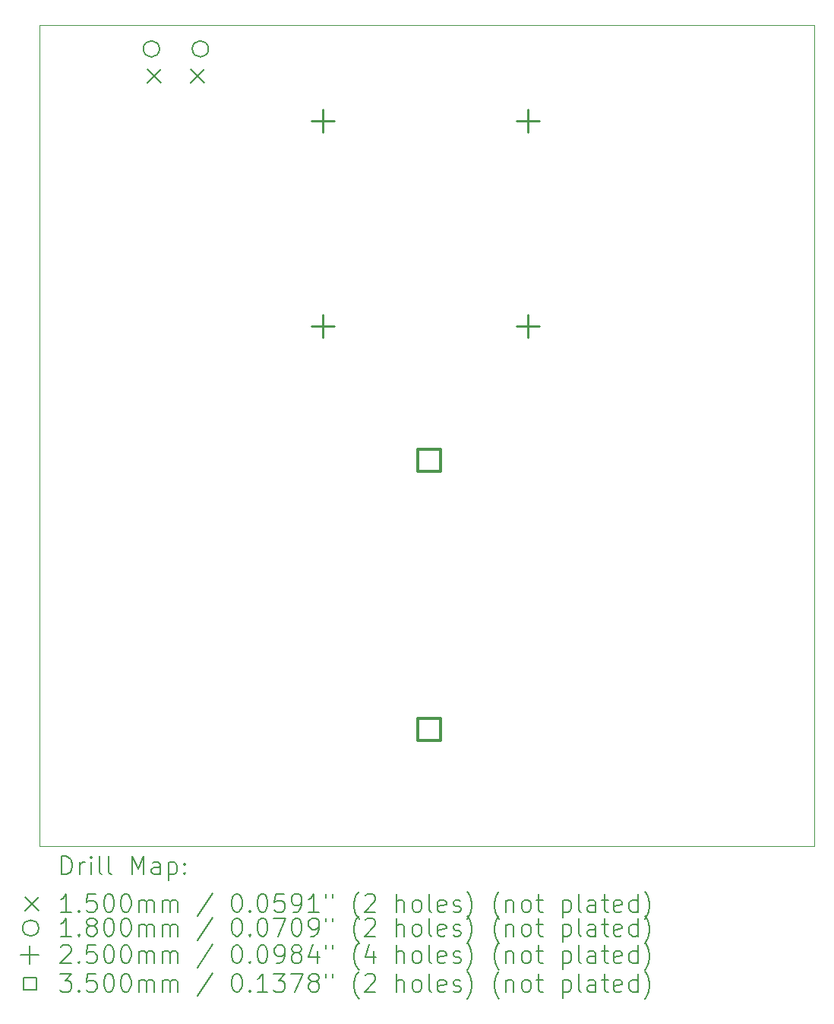
<source format=gbr>
%FSLAX45Y45*%
G04 Gerber Fmt 4.5, Leading zero omitted, Abs format (unit mm)*
G04 Created by KiCad (PCBNEW (6.0.2)) date 2022-06-07 21:46:57*
%MOMM*%
%LPD*%
G01*
G04 APERTURE LIST*
%TA.AperFunction,Profile*%
%ADD10C,0.100000*%
%TD*%
%ADD11C,0.200000*%
%ADD12C,0.150000*%
%ADD13C,0.180000*%
%ADD14C,0.250000*%
%ADD15C,0.350000*%
G04 APERTURE END LIST*
D10*
X19685000Y-14097000D02*
X11049000Y-14097000D01*
X15367000Y-4953000D02*
X19685000Y-4953000D01*
X11049000Y-4953000D02*
X11049000Y-14097000D01*
X15367000Y-4953000D02*
X11049000Y-4953000D01*
X19685000Y-4953000D02*
X19685000Y-14097000D01*
D11*
D12*
X12255500Y-5448000D02*
X12405500Y-5598000D01*
X12405500Y-5448000D02*
X12255500Y-5598000D01*
X12740500Y-5448000D02*
X12890500Y-5598000D01*
X12890500Y-5448000D02*
X12740500Y-5598000D01*
D13*
X12390500Y-5220000D02*
G75*
G03*
X12390500Y-5220000I-90000J0D01*
G01*
X12935500Y-5220000D02*
G75*
G03*
X12935500Y-5220000I-90000J0D01*
G01*
D14*
X14212000Y-5895000D02*
X14212000Y-6145000D01*
X14087000Y-6020000D02*
X14337000Y-6020000D01*
X14212000Y-8181000D02*
X14212000Y-8431000D01*
X14087000Y-8306000D02*
X14337000Y-8306000D01*
X16498000Y-5895000D02*
X16498000Y-6145000D01*
X16373000Y-6020000D02*
X16623000Y-6020000D01*
X16498000Y-8181000D02*
X16498000Y-8431000D01*
X16373000Y-8306000D02*
X16623000Y-8306000D01*
D15*
X15520145Y-9925145D02*
X15520145Y-9677655D01*
X15272655Y-9677655D01*
X15272655Y-9925145D01*
X15520145Y-9925145D01*
X15520145Y-12925145D02*
X15520145Y-12677655D01*
X15272655Y-12677655D01*
X15272655Y-12925145D01*
X15520145Y-12925145D01*
D11*
X11301619Y-14412476D02*
X11301619Y-14212476D01*
X11349238Y-14212476D01*
X11377809Y-14222000D01*
X11396857Y-14241048D01*
X11406381Y-14260095D01*
X11415905Y-14298190D01*
X11415905Y-14326762D01*
X11406381Y-14364857D01*
X11396857Y-14383905D01*
X11377809Y-14402952D01*
X11349238Y-14412476D01*
X11301619Y-14412476D01*
X11501619Y-14412476D02*
X11501619Y-14279143D01*
X11501619Y-14317238D02*
X11511143Y-14298190D01*
X11520667Y-14288667D01*
X11539714Y-14279143D01*
X11558762Y-14279143D01*
X11625428Y-14412476D02*
X11625428Y-14279143D01*
X11625428Y-14212476D02*
X11615905Y-14222000D01*
X11625428Y-14231524D01*
X11634952Y-14222000D01*
X11625428Y-14212476D01*
X11625428Y-14231524D01*
X11749238Y-14412476D02*
X11730190Y-14402952D01*
X11720667Y-14383905D01*
X11720667Y-14212476D01*
X11854000Y-14412476D02*
X11834952Y-14402952D01*
X11825428Y-14383905D01*
X11825428Y-14212476D01*
X12082571Y-14412476D02*
X12082571Y-14212476D01*
X12149238Y-14355333D01*
X12215905Y-14212476D01*
X12215905Y-14412476D01*
X12396857Y-14412476D02*
X12396857Y-14307714D01*
X12387333Y-14288667D01*
X12368286Y-14279143D01*
X12330190Y-14279143D01*
X12311143Y-14288667D01*
X12396857Y-14402952D02*
X12377809Y-14412476D01*
X12330190Y-14412476D01*
X12311143Y-14402952D01*
X12301619Y-14383905D01*
X12301619Y-14364857D01*
X12311143Y-14345809D01*
X12330190Y-14336286D01*
X12377809Y-14336286D01*
X12396857Y-14326762D01*
X12492095Y-14279143D02*
X12492095Y-14479143D01*
X12492095Y-14288667D02*
X12511143Y-14279143D01*
X12549238Y-14279143D01*
X12568286Y-14288667D01*
X12577809Y-14298190D01*
X12587333Y-14317238D01*
X12587333Y-14374381D01*
X12577809Y-14393428D01*
X12568286Y-14402952D01*
X12549238Y-14412476D01*
X12511143Y-14412476D01*
X12492095Y-14402952D01*
X12673048Y-14393428D02*
X12682571Y-14402952D01*
X12673048Y-14412476D01*
X12663524Y-14402952D01*
X12673048Y-14393428D01*
X12673048Y-14412476D01*
X12673048Y-14288667D02*
X12682571Y-14298190D01*
X12673048Y-14307714D01*
X12663524Y-14298190D01*
X12673048Y-14288667D01*
X12673048Y-14307714D01*
D12*
X10894000Y-14667000D02*
X11044000Y-14817000D01*
X11044000Y-14667000D02*
X10894000Y-14817000D01*
D11*
X11406381Y-14832476D02*
X11292095Y-14832476D01*
X11349238Y-14832476D02*
X11349238Y-14632476D01*
X11330190Y-14661048D01*
X11311143Y-14680095D01*
X11292095Y-14689619D01*
X11492095Y-14813428D02*
X11501619Y-14822952D01*
X11492095Y-14832476D01*
X11482571Y-14822952D01*
X11492095Y-14813428D01*
X11492095Y-14832476D01*
X11682571Y-14632476D02*
X11587333Y-14632476D01*
X11577809Y-14727714D01*
X11587333Y-14718190D01*
X11606381Y-14708667D01*
X11654000Y-14708667D01*
X11673048Y-14718190D01*
X11682571Y-14727714D01*
X11692095Y-14746762D01*
X11692095Y-14794381D01*
X11682571Y-14813428D01*
X11673048Y-14822952D01*
X11654000Y-14832476D01*
X11606381Y-14832476D01*
X11587333Y-14822952D01*
X11577809Y-14813428D01*
X11815905Y-14632476D02*
X11834952Y-14632476D01*
X11854000Y-14642000D01*
X11863524Y-14651524D01*
X11873048Y-14670571D01*
X11882571Y-14708667D01*
X11882571Y-14756286D01*
X11873048Y-14794381D01*
X11863524Y-14813428D01*
X11854000Y-14822952D01*
X11834952Y-14832476D01*
X11815905Y-14832476D01*
X11796857Y-14822952D01*
X11787333Y-14813428D01*
X11777809Y-14794381D01*
X11768286Y-14756286D01*
X11768286Y-14708667D01*
X11777809Y-14670571D01*
X11787333Y-14651524D01*
X11796857Y-14642000D01*
X11815905Y-14632476D01*
X12006381Y-14632476D02*
X12025428Y-14632476D01*
X12044476Y-14642000D01*
X12054000Y-14651524D01*
X12063524Y-14670571D01*
X12073048Y-14708667D01*
X12073048Y-14756286D01*
X12063524Y-14794381D01*
X12054000Y-14813428D01*
X12044476Y-14822952D01*
X12025428Y-14832476D01*
X12006381Y-14832476D01*
X11987333Y-14822952D01*
X11977809Y-14813428D01*
X11968286Y-14794381D01*
X11958762Y-14756286D01*
X11958762Y-14708667D01*
X11968286Y-14670571D01*
X11977809Y-14651524D01*
X11987333Y-14642000D01*
X12006381Y-14632476D01*
X12158762Y-14832476D02*
X12158762Y-14699143D01*
X12158762Y-14718190D02*
X12168286Y-14708667D01*
X12187333Y-14699143D01*
X12215905Y-14699143D01*
X12234952Y-14708667D01*
X12244476Y-14727714D01*
X12244476Y-14832476D01*
X12244476Y-14727714D02*
X12254000Y-14708667D01*
X12273048Y-14699143D01*
X12301619Y-14699143D01*
X12320667Y-14708667D01*
X12330190Y-14727714D01*
X12330190Y-14832476D01*
X12425428Y-14832476D02*
X12425428Y-14699143D01*
X12425428Y-14718190D02*
X12434952Y-14708667D01*
X12454000Y-14699143D01*
X12482571Y-14699143D01*
X12501619Y-14708667D01*
X12511143Y-14727714D01*
X12511143Y-14832476D01*
X12511143Y-14727714D02*
X12520667Y-14708667D01*
X12539714Y-14699143D01*
X12568286Y-14699143D01*
X12587333Y-14708667D01*
X12596857Y-14727714D01*
X12596857Y-14832476D01*
X12987333Y-14622952D02*
X12815905Y-14880095D01*
X13244476Y-14632476D02*
X13263524Y-14632476D01*
X13282571Y-14642000D01*
X13292095Y-14651524D01*
X13301619Y-14670571D01*
X13311143Y-14708667D01*
X13311143Y-14756286D01*
X13301619Y-14794381D01*
X13292095Y-14813428D01*
X13282571Y-14822952D01*
X13263524Y-14832476D01*
X13244476Y-14832476D01*
X13225428Y-14822952D01*
X13215905Y-14813428D01*
X13206381Y-14794381D01*
X13196857Y-14756286D01*
X13196857Y-14708667D01*
X13206381Y-14670571D01*
X13215905Y-14651524D01*
X13225428Y-14642000D01*
X13244476Y-14632476D01*
X13396857Y-14813428D02*
X13406381Y-14822952D01*
X13396857Y-14832476D01*
X13387333Y-14822952D01*
X13396857Y-14813428D01*
X13396857Y-14832476D01*
X13530190Y-14632476D02*
X13549238Y-14632476D01*
X13568286Y-14642000D01*
X13577809Y-14651524D01*
X13587333Y-14670571D01*
X13596857Y-14708667D01*
X13596857Y-14756286D01*
X13587333Y-14794381D01*
X13577809Y-14813428D01*
X13568286Y-14822952D01*
X13549238Y-14832476D01*
X13530190Y-14832476D01*
X13511143Y-14822952D01*
X13501619Y-14813428D01*
X13492095Y-14794381D01*
X13482571Y-14756286D01*
X13482571Y-14708667D01*
X13492095Y-14670571D01*
X13501619Y-14651524D01*
X13511143Y-14642000D01*
X13530190Y-14632476D01*
X13777809Y-14632476D02*
X13682571Y-14632476D01*
X13673048Y-14727714D01*
X13682571Y-14718190D01*
X13701619Y-14708667D01*
X13749238Y-14708667D01*
X13768286Y-14718190D01*
X13777809Y-14727714D01*
X13787333Y-14746762D01*
X13787333Y-14794381D01*
X13777809Y-14813428D01*
X13768286Y-14822952D01*
X13749238Y-14832476D01*
X13701619Y-14832476D01*
X13682571Y-14822952D01*
X13673048Y-14813428D01*
X13882571Y-14832476D02*
X13920667Y-14832476D01*
X13939714Y-14822952D01*
X13949238Y-14813428D01*
X13968286Y-14784857D01*
X13977809Y-14746762D01*
X13977809Y-14670571D01*
X13968286Y-14651524D01*
X13958762Y-14642000D01*
X13939714Y-14632476D01*
X13901619Y-14632476D01*
X13882571Y-14642000D01*
X13873048Y-14651524D01*
X13863524Y-14670571D01*
X13863524Y-14718190D01*
X13873048Y-14737238D01*
X13882571Y-14746762D01*
X13901619Y-14756286D01*
X13939714Y-14756286D01*
X13958762Y-14746762D01*
X13968286Y-14737238D01*
X13977809Y-14718190D01*
X14168286Y-14832476D02*
X14054000Y-14832476D01*
X14111143Y-14832476D02*
X14111143Y-14632476D01*
X14092095Y-14661048D01*
X14073048Y-14680095D01*
X14054000Y-14689619D01*
X14244476Y-14632476D02*
X14244476Y-14670571D01*
X14320667Y-14632476D02*
X14320667Y-14670571D01*
X14615905Y-14908667D02*
X14606381Y-14899143D01*
X14587333Y-14870571D01*
X14577809Y-14851524D01*
X14568286Y-14822952D01*
X14558762Y-14775333D01*
X14558762Y-14737238D01*
X14568286Y-14689619D01*
X14577809Y-14661048D01*
X14587333Y-14642000D01*
X14606381Y-14613428D01*
X14615905Y-14603905D01*
X14682571Y-14651524D02*
X14692095Y-14642000D01*
X14711143Y-14632476D01*
X14758762Y-14632476D01*
X14777809Y-14642000D01*
X14787333Y-14651524D01*
X14796857Y-14670571D01*
X14796857Y-14689619D01*
X14787333Y-14718190D01*
X14673048Y-14832476D01*
X14796857Y-14832476D01*
X15034952Y-14832476D02*
X15034952Y-14632476D01*
X15120667Y-14832476D02*
X15120667Y-14727714D01*
X15111143Y-14708667D01*
X15092095Y-14699143D01*
X15063524Y-14699143D01*
X15044476Y-14708667D01*
X15034952Y-14718190D01*
X15244476Y-14832476D02*
X15225428Y-14822952D01*
X15215905Y-14813428D01*
X15206381Y-14794381D01*
X15206381Y-14737238D01*
X15215905Y-14718190D01*
X15225428Y-14708667D01*
X15244476Y-14699143D01*
X15273048Y-14699143D01*
X15292095Y-14708667D01*
X15301619Y-14718190D01*
X15311143Y-14737238D01*
X15311143Y-14794381D01*
X15301619Y-14813428D01*
X15292095Y-14822952D01*
X15273048Y-14832476D01*
X15244476Y-14832476D01*
X15425428Y-14832476D02*
X15406381Y-14822952D01*
X15396857Y-14803905D01*
X15396857Y-14632476D01*
X15577809Y-14822952D02*
X15558762Y-14832476D01*
X15520667Y-14832476D01*
X15501619Y-14822952D01*
X15492095Y-14803905D01*
X15492095Y-14727714D01*
X15501619Y-14708667D01*
X15520667Y-14699143D01*
X15558762Y-14699143D01*
X15577809Y-14708667D01*
X15587333Y-14727714D01*
X15587333Y-14746762D01*
X15492095Y-14765809D01*
X15663524Y-14822952D02*
X15682571Y-14832476D01*
X15720667Y-14832476D01*
X15739714Y-14822952D01*
X15749238Y-14803905D01*
X15749238Y-14794381D01*
X15739714Y-14775333D01*
X15720667Y-14765809D01*
X15692095Y-14765809D01*
X15673048Y-14756286D01*
X15663524Y-14737238D01*
X15663524Y-14727714D01*
X15673048Y-14708667D01*
X15692095Y-14699143D01*
X15720667Y-14699143D01*
X15739714Y-14708667D01*
X15815905Y-14908667D02*
X15825428Y-14899143D01*
X15844476Y-14870571D01*
X15854000Y-14851524D01*
X15863524Y-14822952D01*
X15873048Y-14775333D01*
X15873048Y-14737238D01*
X15863524Y-14689619D01*
X15854000Y-14661048D01*
X15844476Y-14642000D01*
X15825428Y-14613428D01*
X15815905Y-14603905D01*
X16177809Y-14908667D02*
X16168286Y-14899143D01*
X16149238Y-14870571D01*
X16139714Y-14851524D01*
X16130190Y-14822952D01*
X16120667Y-14775333D01*
X16120667Y-14737238D01*
X16130190Y-14689619D01*
X16139714Y-14661048D01*
X16149238Y-14642000D01*
X16168286Y-14613428D01*
X16177809Y-14603905D01*
X16254000Y-14699143D02*
X16254000Y-14832476D01*
X16254000Y-14718190D02*
X16263524Y-14708667D01*
X16282571Y-14699143D01*
X16311143Y-14699143D01*
X16330190Y-14708667D01*
X16339714Y-14727714D01*
X16339714Y-14832476D01*
X16463524Y-14832476D02*
X16444476Y-14822952D01*
X16434952Y-14813428D01*
X16425428Y-14794381D01*
X16425428Y-14737238D01*
X16434952Y-14718190D01*
X16444476Y-14708667D01*
X16463524Y-14699143D01*
X16492095Y-14699143D01*
X16511143Y-14708667D01*
X16520667Y-14718190D01*
X16530190Y-14737238D01*
X16530190Y-14794381D01*
X16520667Y-14813428D01*
X16511143Y-14822952D01*
X16492095Y-14832476D01*
X16463524Y-14832476D01*
X16587333Y-14699143D02*
X16663524Y-14699143D01*
X16615905Y-14632476D02*
X16615905Y-14803905D01*
X16625428Y-14822952D01*
X16644476Y-14832476D01*
X16663524Y-14832476D01*
X16882571Y-14699143D02*
X16882571Y-14899143D01*
X16882571Y-14708667D02*
X16901619Y-14699143D01*
X16939714Y-14699143D01*
X16958762Y-14708667D01*
X16968286Y-14718190D01*
X16977810Y-14737238D01*
X16977810Y-14794381D01*
X16968286Y-14813428D01*
X16958762Y-14822952D01*
X16939714Y-14832476D01*
X16901619Y-14832476D01*
X16882571Y-14822952D01*
X17092095Y-14832476D02*
X17073048Y-14822952D01*
X17063524Y-14803905D01*
X17063524Y-14632476D01*
X17254000Y-14832476D02*
X17254000Y-14727714D01*
X17244476Y-14708667D01*
X17225429Y-14699143D01*
X17187333Y-14699143D01*
X17168286Y-14708667D01*
X17254000Y-14822952D02*
X17234952Y-14832476D01*
X17187333Y-14832476D01*
X17168286Y-14822952D01*
X17158762Y-14803905D01*
X17158762Y-14784857D01*
X17168286Y-14765809D01*
X17187333Y-14756286D01*
X17234952Y-14756286D01*
X17254000Y-14746762D01*
X17320667Y-14699143D02*
X17396857Y-14699143D01*
X17349238Y-14632476D02*
X17349238Y-14803905D01*
X17358762Y-14822952D01*
X17377810Y-14832476D01*
X17396857Y-14832476D01*
X17539714Y-14822952D02*
X17520667Y-14832476D01*
X17482571Y-14832476D01*
X17463524Y-14822952D01*
X17454000Y-14803905D01*
X17454000Y-14727714D01*
X17463524Y-14708667D01*
X17482571Y-14699143D01*
X17520667Y-14699143D01*
X17539714Y-14708667D01*
X17549238Y-14727714D01*
X17549238Y-14746762D01*
X17454000Y-14765809D01*
X17720667Y-14832476D02*
X17720667Y-14632476D01*
X17720667Y-14822952D02*
X17701619Y-14832476D01*
X17663524Y-14832476D01*
X17644476Y-14822952D01*
X17634952Y-14813428D01*
X17625429Y-14794381D01*
X17625429Y-14737238D01*
X17634952Y-14718190D01*
X17644476Y-14708667D01*
X17663524Y-14699143D01*
X17701619Y-14699143D01*
X17720667Y-14708667D01*
X17796857Y-14908667D02*
X17806381Y-14899143D01*
X17825429Y-14870571D01*
X17834952Y-14851524D01*
X17844476Y-14822952D01*
X17854000Y-14775333D01*
X17854000Y-14737238D01*
X17844476Y-14689619D01*
X17834952Y-14661048D01*
X17825429Y-14642000D01*
X17806381Y-14613428D01*
X17796857Y-14603905D01*
D13*
X11044000Y-15012000D02*
G75*
G03*
X11044000Y-15012000I-90000J0D01*
G01*
D11*
X11406381Y-15102476D02*
X11292095Y-15102476D01*
X11349238Y-15102476D02*
X11349238Y-14902476D01*
X11330190Y-14931048D01*
X11311143Y-14950095D01*
X11292095Y-14959619D01*
X11492095Y-15083428D02*
X11501619Y-15092952D01*
X11492095Y-15102476D01*
X11482571Y-15092952D01*
X11492095Y-15083428D01*
X11492095Y-15102476D01*
X11615905Y-14988190D02*
X11596857Y-14978667D01*
X11587333Y-14969143D01*
X11577809Y-14950095D01*
X11577809Y-14940571D01*
X11587333Y-14921524D01*
X11596857Y-14912000D01*
X11615905Y-14902476D01*
X11654000Y-14902476D01*
X11673048Y-14912000D01*
X11682571Y-14921524D01*
X11692095Y-14940571D01*
X11692095Y-14950095D01*
X11682571Y-14969143D01*
X11673048Y-14978667D01*
X11654000Y-14988190D01*
X11615905Y-14988190D01*
X11596857Y-14997714D01*
X11587333Y-15007238D01*
X11577809Y-15026286D01*
X11577809Y-15064381D01*
X11587333Y-15083428D01*
X11596857Y-15092952D01*
X11615905Y-15102476D01*
X11654000Y-15102476D01*
X11673048Y-15092952D01*
X11682571Y-15083428D01*
X11692095Y-15064381D01*
X11692095Y-15026286D01*
X11682571Y-15007238D01*
X11673048Y-14997714D01*
X11654000Y-14988190D01*
X11815905Y-14902476D02*
X11834952Y-14902476D01*
X11854000Y-14912000D01*
X11863524Y-14921524D01*
X11873048Y-14940571D01*
X11882571Y-14978667D01*
X11882571Y-15026286D01*
X11873048Y-15064381D01*
X11863524Y-15083428D01*
X11854000Y-15092952D01*
X11834952Y-15102476D01*
X11815905Y-15102476D01*
X11796857Y-15092952D01*
X11787333Y-15083428D01*
X11777809Y-15064381D01*
X11768286Y-15026286D01*
X11768286Y-14978667D01*
X11777809Y-14940571D01*
X11787333Y-14921524D01*
X11796857Y-14912000D01*
X11815905Y-14902476D01*
X12006381Y-14902476D02*
X12025428Y-14902476D01*
X12044476Y-14912000D01*
X12054000Y-14921524D01*
X12063524Y-14940571D01*
X12073048Y-14978667D01*
X12073048Y-15026286D01*
X12063524Y-15064381D01*
X12054000Y-15083428D01*
X12044476Y-15092952D01*
X12025428Y-15102476D01*
X12006381Y-15102476D01*
X11987333Y-15092952D01*
X11977809Y-15083428D01*
X11968286Y-15064381D01*
X11958762Y-15026286D01*
X11958762Y-14978667D01*
X11968286Y-14940571D01*
X11977809Y-14921524D01*
X11987333Y-14912000D01*
X12006381Y-14902476D01*
X12158762Y-15102476D02*
X12158762Y-14969143D01*
X12158762Y-14988190D02*
X12168286Y-14978667D01*
X12187333Y-14969143D01*
X12215905Y-14969143D01*
X12234952Y-14978667D01*
X12244476Y-14997714D01*
X12244476Y-15102476D01*
X12244476Y-14997714D02*
X12254000Y-14978667D01*
X12273048Y-14969143D01*
X12301619Y-14969143D01*
X12320667Y-14978667D01*
X12330190Y-14997714D01*
X12330190Y-15102476D01*
X12425428Y-15102476D02*
X12425428Y-14969143D01*
X12425428Y-14988190D02*
X12434952Y-14978667D01*
X12454000Y-14969143D01*
X12482571Y-14969143D01*
X12501619Y-14978667D01*
X12511143Y-14997714D01*
X12511143Y-15102476D01*
X12511143Y-14997714D02*
X12520667Y-14978667D01*
X12539714Y-14969143D01*
X12568286Y-14969143D01*
X12587333Y-14978667D01*
X12596857Y-14997714D01*
X12596857Y-15102476D01*
X12987333Y-14892952D02*
X12815905Y-15150095D01*
X13244476Y-14902476D02*
X13263524Y-14902476D01*
X13282571Y-14912000D01*
X13292095Y-14921524D01*
X13301619Y-14940571D01*
X13311143Y-14978667D01*
X13311143Y-15026286D01*
X13301619Y-15064381D01*
X13292095Y-15083428D01*
X13282571Y-15092952D01*
X13263524Y-15102476D01*
X13244476Y-15102476D01*
X13225428Y-15092952D01*
X13215905Y-15083428D01*
X13206381Y-15064381D01*
X13196857Y-15026286D01*
X13196857Y-14978667D01*
X13206381Y-14940571D01*
X13215905Y-14921524D01*
X13225428Y-14912000D01*
X13244476Y-14902476D01*
X13396857Y-15083428D02*
X13406381Y-15092952D01*
X13396857Y-15102476D01*
X13387333Y-15092952D01*
X13396857Y-15083428D01*
X13396857Y-15102476D01*
X13530190Y-14902476D02*
X13549238Y-14902476D01*
X13568286Y-14912000D01*
X13577809Y-14921524D01*
X13587333Y-14940571D01*
X13596857Y-14978667D01*
X13596857Y-15026286D01*
X13587333Y-15064381D01*
X13577809Y-15083428D01*
X13568286Y-15092952D01*
X13549238Y-15102476D01*
X13530190Y-15102476D01*
X13511143Y-15092952D01*
X13501619Y-15083428D01*
X13492095Y-15064381D01*
X13482571Y-15026286D01*
X13482571Y-14978667D01*
X13492095Y-14940571D01*
X13501619Y-14921524D01*
X13511143Y-14912000D01*
X13530190Y-14902476D01*
X13663524Y-14902476D02*
X13796857Y-14902476D01*
X13711143Y-15102476D01*
X13911143Y-14902476D02*
X13930190Y-14902476D01*
X13949238Y-14912000D01*
X13958762Y-14921524D01*
X13968286Y-14940571D01*
X13977809Y-14978667D01*
X13977809Y-15026286D01*
X13968286Y-15064381D01*
X13958762Y-15083428D01*
X13949238Y-15092952D01*
X13930190Y-15102476D01*
X13911143Y-15102476D01*
X13892095Y-15092952D01*
X13882571Y-15083428D01*
X13873048Y-15064381D01*
X13863524Y-15026286D01*
X13863524Y-14978667D01*
X13873048Y-14940571D01*
X13882571Y-14921524D01*
X13892095Y-14912000D01*
X13911143Y-14902476D01*
X14073048Y-15102476D02*
X14111143Y-15102476D01*
X14130190Y-15092952D01*
X14139714Y-15083428D01*
X14158762Y-15054857D01*
X14168286Y-15016762D01*
X14168286Y-14940571D01*
X14158762Y-14921524D01*
X14149238Y-14912000D01*
X14130190Y-14902476D01*
X14092095Y-14902476D01*
X14073048Y-14912000D01*
X14063524Y-14921524D01*
X14054000Y-14940571D01*
X14054000Y-14988190D01*
X14063524Y-15007238D01*
X14073048Y-15016762D01*
X14092095Y-15026286D01*
X14130190Y-15026286D01*
X14149238Y-15016762D01*
X14158762Y-15007238D01*
X14168286Y-14988190D01*
X14244476Y-14902476D02*
X14244476Y-14940571D01*
X14320667Y-14902476D02*
X14320667Y-14940571D01*
X14615905Y-15178667D02*
X14606381Y-15169143D01*
X14587333Y-15140571D01*
X14577809Y-15121524D01*
X14568286Y-15092952D01*
X14558762Y-15045333D01*
X14558762Y-15007238D01*
X14568286Y-14959619D01*
X14577809Y-14931048D01*
X14587333Y-14912000D01*
X14606381Y-14883428D01*
X14615905Y-14873905D01*
X14682571Y-14921524D02*
X14692095Y-14912000D01*
X14711143Y-14902476D01*
X14758762Y-14902476D01*
X14777809Y-14912000D01*
X14787333Y-14921524D01*
X14796857Y-14940571D01*
X14796857Y-14959619D01*
X14787333Y-14988190D01*
X14673048Y-15102476D01*
X14796857Y-15102476D01*
X15034952Y-15102476D02*
X15034952Y-14902476D01*
X15120667Y-15102476D02*
X15120667Y-14997714D01*
X15111143Y-14978667D01*
X15092095Y-14969143D01*
X15063524Y-14969143D01*
X15044476Y-14978667D01*
X15034952Y-14988190D01*
X15244476Y-15102476D02*
X15225428Y-15092952D01*
X15215905Y-15083428D01*
X15206381Y-15064381D01*
X15206381Y-15007238D01*
X15215905Y-14988190D01*
X15225428Y-14978667D01*
X15244476Y-14969143D01*
X15273048Y-14969143D01*
X15292095Y-14978667D01*
X15301619Y-14988190D01*
X15311143Y-15007238D01*
X15311143Y-15064381D01*
X15301619Y-15083428D01*
X15292095Y-15092952D01*
X15273048Y-15102476D01*
X15244476Y-15102476D01*
X15425428Y-15102476D02*
X15406381Y-15092952D01*
X15396857Y-15073905D01*
X15396857Y-14902476D01*
X15577809Y-15092952D02*
X15558762Y-15102476D01*
X15520667Y-15102476D01*
X15501619Y-15092952D01*
X15492095Y-15073905D01*
X15492095Y-14997714D01*
X15501619Y-14978667D01*
X15520667Y-14969143D01*
X15558762Y-14969143D01*
X15577809Y-14978667D01*
X15587333Y-14997714D01*
X15587333Y-15016762D01*
X15492095Y-15035809D01*
X15663524Y-15092952D02*
X15682571Y-15102476D01*
X15720667Y-15102476D01*
X15739714Y-15092952D01*
X15749238Y-15073905D01*
X15749238Y-15064381D01*
X15739714Y-15045333D01*
X15720667Y-15035809D01*
X15692095Y-15035809D01*
X15673048Y-15026286D01*
X15663524Y-15007238D01*
X15663524Y-14997714D01*
X15673048Y-14978667D01*
X15692095Y-14969143D01*
X15720667Y-14969143D01*
X15739714Y-14978667D01*
X15815905Y-15178667D02*
X15825428Y-15169143D01*
X15844476Y-15140571D01*
X15854000Y-15121524D01*
X15863524Y-15092952D01*
X15873048Y-15045333D01*
X15873048Y-15007238D01*
X15863524Y-14959619D01*
X15854000Y-14931048D01*
X15844476Y-14912000D01*
X15825428Y-14883428D01*
X15815905Y-14873905D01*
X16177809Y-15178667D02*
X16168286Y-15169143D01*
X16149238Y-15140571D01*
X16139714Y-15121524D01*
X16130190Y-15092952D01*
X16120667Y-15045333D01*
X16120667Y-15007238D01*
X16130190Y-14959619D01*
X16139714Y-14931048D01*
X16149238Y-14912000D01*
X16168286Y-14883428D01*
X16177809Y-14873905D01*
X16254000Y-14969143D02*
X16254000Y-15102476D01*
X16254000Y-14988190D02*
X16263524Y-14978667D01*
X16282571Y-14969143D01*
X16311143Y-14969143D01*
X16330190Y-14978667D01*
X16339714Y-14997714D01*
X16339714Y-15102476D01*
X16463524Y-15102476D02*
X16444476Y-15092952D01*
X16434952Y-15083428D01*
X16425428Y-15064381D01*
X16425428Y-15007238D01*
X16434952Y-14988190D01*
X16444476Y-14978667D01*
X16463524Y-14969143D01*
X16492095Y-14969143D01*
X16511143Y-14978667D01*
X16520667Y-14988190D01*
X16530190Y-15007238D01*
X16530190Y-15064381D01*
X16520667Y-15083428D01*
X16511143Y-15092952D01*
X16492095Y-15102476D01*
X16463524Y-15102476D01*
X16587333Y-14969143D02*
X16663524Y-14969143D01*
X16615905Y-14902476D02*
X16615905Y-15073905D01*
X16625428Y-15092952D01*
X16644476Y-15102476D01*
X16663524Y-15102476D01*
X16882571Y-14969143D02*
X16882571Y-15169143D01*
X16882571Y-14978667D02*
X16901619Y-14969143D01*
X16939714Y-14969143D01*
X16958762Y-14978667D01*
X16968286Y-14988190D01*
X16977810Y-15007238D01*
X16977810Y-15064381D01*
X16968286Y-15083428D01*
X16958762Y-15092952D01*
X16939714Y-15102476D01*
X16901619Y-15102476D01*
X16882571Y-15092952D01*
X17092095Y-15102476D02*
X17073048Y-15092952D01*
X17063524Y-15073905D01*
X17063524Y-14902476D01*
X17254000Y-15102476D02*
X17254000Y-14997714D01*
X17244476Y-14978667D01*
X17225429Y-14969143D01*
X17187333Y-14969143D01*
X17168286Y-14978667D01*
X17254000Y-15092952D02*
X17234952Y-15102476D01*
X17187333Y-15102476D01*
X17168286Y-15092952D01*
X17158762Y-15073905D01*
X17158762Y-15054857D01*
X17168286Y-15035809D01*
X17187333Y-15026286D01*
X17234952Y-15026286D01*
X17254000Y-15016762D01*
X17320667Y-14969143D02*
X17396857Y-14969143D01*
X17349238Y-14902476D02*
X17349238Y-15073905D01*
X17358762Y-15092952D01*
X17377810Y-15102476D01*
X17396857Y-15102476D01*
X17539714Y-15092952D02*
X17520667Y-15102476D01*
X17482571Y-15102476D01*
X17463524Y-15092952D01*
X17454000Y-15073905D01*
X17454000Y-14997714D01*
X17463524Y-14978667D01*
X17482571Y-14969143D01*
X17520667Y-14969143D01*
X17539714Y-14978667D01*
X17549238Y-14997714D01*
X17549238Y-15016762D01*
X17454000Y-15035809D01*
X17720667Y-15102476D02*
X17720667Y-14902476D01*
X17720667Y-15092952D02*
X17701619Y-15102476D01*
X17663524Y-15102476D01*
X17644476Y-15092952D01*
X17634952Y-15083428D01*
X17625429Y-15064381D01*
X17625429Y-15007238D01*
X17634952Y-14988190D01*
X17644476Y-14978667D01*
X17663524Y-14969143D01*
X17701619Y-14969143D01*
X17720667Y-14978667D01*
X17796857Y-15178667D02*
X17806381Y-15169143D01*
X17825429Y-15140571D01*
X17834952Y-15121524D01*
X17844476Y-15092952D01*
X17854000Y-15045333D01*
X17854000Y-15007238D01*
X17844476Y-14959619D01*
X17834952Y-14931048D01*
X17825429Y-14912000D01*
X17806381Y-14883428D01*
X17796857Y-14873905D01*
X10944000Y-15212000D02*
X10944000Y-15412000D01*
X10844000Y-15312000D02*
X11044000Y-15312000D01*
X11292095Y-15221524D02*
X11301619Y-15212000D01*
X11320667Y-15202476D01*
X11368286Y-15202476D01*
X11387333Y-15212000D01*
X11396857Y-15221524D01*
X11406381Y-15240571D01*
X11406381Y-15259619D01*
X11396857Y-15288190D01*
X11282571Y-15402476D01*
X11406381Y-15402476D01*
X11492095Y-15383428D02*
X11501619Y-15392952D01*
X11492095Y-15402476D01*
X11482571Y-15392952D01*
X11492095Y-15383428D01*
X11492095Y-15402476D01*
X11682571Y-15202476D02*
X11587333Y-15202476D01*
X11577809Y-15297714D01*
X11587333Y-15288190D01*
X11606381Y-15278667D01*
X11654000Y-15278667D01*
X11673048Y-15288190D01*
X11682571Y-15297714D01*
X11692095Y-15316762D01*
X11692095Y-15364381D01*
X11682571Y-15383428D01*
X11673048Y-15392952D01*
X11654000Y-15402476D01*
X11606381Y-15402476D01*
X11587333Y-15392952D01*
X11577809Y-15383428D01*
X11815905Y-15202476D02*
X11834952Y-15202476D01*
X11854000Y-15212000D01*
X11863524Y-15221524D01*
X11873048Y-15240571D01*
X11882571Y-15278667D01*
X11882571Y-15326286D01*
X11873048Y-15364381D01*
X11863524Y-15383428D01*
X11854000Y-15392952D01*
X11834952Y-15402476D01*
X11815905Y-15402476D01*
X11796857Y-15392952D01*
X11787333Y-15383428D01*
X11777809Y-15364381D01*
X11768286Y-15326286D01*
X11768286Y-15278667D01*
X11777809Y-15240571D01*
X11787333Y-15221524D01*
X11796857Y-15212000D01*
X11815905Y-15202476D01*
X12006381Y-15202476D02*
X12025428Y-15202476D01*
X12044476Y-15212000D01*
X12054000Y-15221524D01*
X12063524Y-15240571D01*
X12073048Y-15278667D01*
X12073048Y-15326286D01*
X12063524Y-15364381D01*
X12054000Y-15383428D01*
X12044476Y-15392952D01*
X12025428Y-15402476D01*
X12006381Y-15402476D01*
X11987333Y-15392952D01*
X11977809Y-15383428D01*
X11968286Y-15364381D01*
X11958762Y-15326286D01*
X11958762Y-15278667D01*
X11968286Y-15240571D01*
X11977809Y-15221524D01*
X11987333Y-15212000D01*
X12006381Y-15202476D01*
X12158762Y-15402476D02*
X12158762Y-15269143D01*
X12158762Y-15288190D02*
X12168286Y-15278667D01*
X12187333Y-15269143D01*
X12215905Y-15269143D01*
X12234952Y-15278667D01*
X12244476Y-15297714D01*
X12244476Y-15402476D01*
X12244476Y-15297714D02*
X12254000Y-15278667D01*
X12273048Y-15269143D01*
X12301619Y-15269143D01*
X12320667Y-15278667D01*
X12330190Y-15297714D01*
X12330190Y-15402476D01*
X12425428Y-15402476D02*
X12425428Y-15269143D01*
X12425428Y-15288190D02*
X12434952Y-15278667D01*
X12454000Y-15269143D01*
X12482571Y-15269143D01*
X12501619Y-15278667D01*
X12511143Y-15297714D01*
X12511143Y-15402476D01*
X12511143Y-15297714D02*
X12520667Y-15278667D01*
X12539714Y-15269143D01*
X12568286Y-15269143D01*
X12587333Y-15278667D01*
X12596857Y-15297714D01*
X12596857Y-15402476D01*
X12987333Y-15192952D02*
X12815905Y-15450095D01*
X13244476Y-15202476D02*
X13263524Y-15202476D01*
X13282571Y-15212000D01*
X13292095Y-15221524D01*
X13301619Y-15240571D01*
X13311143Y-15278667D01*
X13311143Y-15326286D01*
X13301619Y-15364381D01*
X13292095Y-15383428D01*
X13282571Y-15392952D01*
X13263524Y-15402476D01*
X13244476Y-15402476D01*
X13225428Y-15392952D01*
X13215905Y-15383428D01*
X13206381Y-15364381D01*
X13196857Y-15326286D01*
X13196857Y-15278667D01*
X13206381Y-15240571D01*
X13215905Y-15221524D01*
X13225428Y-15212000D01*
X13244476Y-15202476D01*
X13396857Y-15383428D02*
X13406381Y-15392952D01*
X13396857Y-15402476D01*
X13387333Y-15392952D01*
X13396857Y-15383428D01*
X13396857Y-15402476D01*
X13530190Y-15202476D02*
X13549238Y-15202476D01*
X13568286Y-15212000D01*
X13577809Y-15221524D01*
X13587333Y-15240571D01*
X13596857Y-15278667D01*
X13596857Y-15326286D01*
X13587333Y-15364381D01*
X13577809Y-15383428D01*
X13568286Y-15392952D01*
X13549238Y-15402476D01*
X13530190Y-15402476D01*
X13511143Y-15392952D01*
X13501619Y-15383428D01*
X13492095Y-15364381D01*
X13482571Y-15326286D01*
X13482571Y-15278667D01*
X13492095Y-15240571D01*
X13501619Y-15221524D01*
X13511143Y-15212000D01*
X13530190Y-15202476D01*
X13692095Y-15402476D02*
X13730190Y-15402476D01*
X13749238Y-15392952D01*
X13758762Y-15383428D01*
X13777809Y-15354857D01*
X13787333Y-15316762D01*
X13787333Y-15240571D01*
X13777809Y-15221524D01*
X13768286Y-15212000D01*
X13749238Y-15202476D01*
X13711143Y-15202476D01*
X13692095Y-15212000D01*
X13682571Y-15221524D01*
X13673048Y-15240571D01*
X13673048Y-15288190D01*
X13682571Y-15307238D01*
X13692095Y-15316762D01*
X13711143Y-15326286D01*
X13749238Y-15326286D01*
X13768286Y-15316762D01*
X13777809Y-15307238D01*
X13787333Y-15288190D01*
X13901619Y-15288190D02*
X13882571Y-15278667D01*
X13873048Y-15269143D01*
X13863524Y-15250095D01*
X13863524Y-15240571D01*
X13873048Y-15221524D01*
X13882571Y-15212000D01*
X13901619Y-15202476D01*
X13939714Y-15202476D01*
X13958762Y-15212000D01*
X13968286Y-15221524D01*
X13977809Y-15240571D01*
X13977809Y-15250095D01*
X13968286Y-15269143D01*
X13958762Y-15278667D01*
X13939714Y-15288190D01*
X13901619Y-15288190D01*
X13882571Y-15297714D01*
X13873048Y-15307238D01*
X13863524Y-15326286D01*
X13863524Y-15364381D01*
X13873048Y-15383428D01*
X13882571Y-15392952D01*
X13901619Y-15402476D01*
X13939714Y-15402476D01*
X13958762Y-15392952D01*
X13968286Y-15383428D01*
X13977809Y-15364381D01*
X13977809Y-15326286D01*
X13968286Y-15307238D01*
X13958762Y-15297714D01*
X13939714Y-15288190D01*
X14149238Y-15269143D02*
X14149238Y-15402476D01*
X14101619Y-15192952D02*
X14054000Y-15335809D01*
X14177809Y-15335809D01*
X14244476Y-15202476D02*
X14244476Y-15240571D01*
X14320667Y-15202476D02*
X14320667Y-15240571D01*
X14615905Y-15478667D02*
X14606381Y-15469143D01*
X14587333Y-15440571D01*
X14577809Y-15421524D01*
X14568286Y-15392952D01*
X14558762Y-15345333D01*
X14558762Y-15307238D01*
X14568286Y-15259619D01*
X14577809Y-15231048D01*
X14587333Y-15212000D01*
X14606381Y-15183428D01*
X14615905Y-15173905D01*
X14777809Y-15269143D02*
X14777809Y-15402476D01*
X14730190Y-15192952D02*
X14682571Y-15335809D01*
X14806381Y-15335809D01*
X15034952Y-15402476D02*
X15034952Y-15202476D01*
X15120667Y-15402476D02*
X15120667Y-15297714D01*
X15111143Y-15278667D01*
X15092095Y-15269143D01*
X15063524Y-15269143D01*
X15044476Y-15278667D01*
X15034952Y-15288190D01*
X15244476Y-15402476D02*
X15225428Y-15392952D01*
X15215905Y-15383428D01*
X15206381Y-15364381D01*
X15206381Y-15307238D01*
X15215905Y-15288190D01*
X15225428Y-15278667D01*
X15244476Y-15269143D01*
X15273048Y-15269143D01*
X15292095Y-15278667D01*
X15301619Y-15288190D01*
X15311143Y-15307238D01*
X15311143Y-15364381D01*
X15301619Y-15383428D01*
X15292095Y-15392952D01*
X15273048Y-15402476D01*
X15244476Y-15402476D01*
X15425428Y-15402476D02*
X15406381Y-15392952D01*
X15396857Y-15373905D01*
X15396857Y-15202476D01*
X15577809Y-15392952D02*
X15558762Y-15402476D01*
X15520667Y-15402476D01*
X15501619Y-15392952D01*
X15492095Y-15373905D01*
X15492095Y-15297714D01*
X15501619Y-15278667D01*
X15520667Y-15269143D01*
X15558762Y-15269143D01*
X15577809Y-15278667D01*
X15587333Y-15297714D01*
X15587333Y-15316762D01*
X15492095Y-15335809D01*
X15663524Y-15392952D02*
X15682571Y-15402476D01*
X15720667Y-15402476D01*
X15739714Y-15392952D01*
X15749238Y-15373905D01*
X15749238Y-15364381D01*
X15739714Y-15345333D01*
X15720667Y-15335809D01*
X15692095Y-15335809D01*
X15673048Y-15326286D01*
X15663524Y-15307238D01*
X15663524Y-15297714D01*
X15673048Y-15278667D01*
X15692095Y-15269143D01*
X15720667Y-15269143D01*
X15739714Y-15278667D01*
X15815905Y-15478667D02*
X15825428Y-15469143D01*
X15844476Y-15440571D01*
X15854000Y-15421524D01*
X15863524Y-15392952D01*
X15873048Y-15345333D01*
X15873048Y-15307238D01*
X15863524Y-15259619D01*
X15854000Y-15231048D01*
X15844476Y-15212000D01*
X15825428Y-15183428D01*
X15815905Y-15173905D01*
X16177809Y-15478667D02*
X16168286Y-15469143D01*
X16149238Y-15440571D01*
X16139714Y-15421524D01*
X16130190Y-15392952D01*
X16120667Y-15345333D01*
X16120667Y-15307238D01*
X16130190Y-15259619D01*
X16139714Y-15231048D01*
X16149238Y-15212000D01*
X16168286Y-15183428D01*
X16177809Y-15173905D01*
X16254000Y-15269143D02*
X16254000Y-15402476D01*
X16254000Y-15288190D02*
X16263524Y-15278667D01*
X16282571Y-15269143D01*
X16311143Y-15269143D01*
X16330190Y-15278667D01*
X16339714Y-15297714D01*
X16339714Y-15402476D01*
X16463524Y-15402476D02*
X16444476Y-15392952D01*
X16434952Y-15383428D01*
X16425428Y-15364381D01*
X16425428Y-15307238D01*
X16434952Y-15288190D01*
X16444476Y-15278667D01*
X16463524Y-15269143D01*
X16492095Y-15269143D01*
X16511143Y-15278667D01*
X16520667Y-15288190D01*
X16530190Y-15307238D01*
X16530190Y-15364381D01*
X16520667Y-15383428D01*
X16511143Y-15392952D01*
X16492095Y-15402476D01*
X16463524Y-15402476D01*
X16587333Y-15269143D02*
X16663524Y-15269143D01*
X16615905Y-15202476D02*
X16615905Y-15373905D01*
X16625428Y-15392952D01*
X16644476Y-15402476D01*
X16663524Y-15402476D01*
X16882571Y-15269143D02*
X16882571Y-15469143D01*
X16882571Y-15278667D02*
X16901619Y-15269143D01*
X16939714Y-15269143D01*
X16958762Y-15278667D01*
X16968286Y-15288190D01*
X16977810Y-15307238D01*
X16977810Y-15364381D01*
X16968286Y-15383428D01*
X16958762Y-15392952D01*
X16939714Y-15402476D01*
X16901619Y-15402476D01*
X16882571Y-15392952D01*
X17092095Y-15402476D02*
X17073048Y-15392952D01*
X17063524Y-15373905D01*
X17063524Y-15202476D01*
X17254000Y-15402476D02*
X17254000Y-15297714D01*
X17244476Y-15278667D01*
X17225429Y-15269143D01*
X17187333Y-15269143D01*
X17168286Y-15278667D01*
X17254000Y-15392952D02*
X17234952Y-15402476D01*
X17187333Y-15402476D01*
X17168286Y-15392952D01*
X17158762Y-15373905D01*
X17158762Y-15354857D01*
X17168286Y-15335809D01*
X17187333Y-15326286D01*
X17234952Y-15326286D01*
X17254000Y-15316762D01*
X17320667Y-15269143D02*
X17396857Y-15269143D01*
X17349238Y-15202476D02*
X17349238Y-15373905D01*
X17358762Y-15392952D01*
X17377810Y-15402476D01*
X17396857Y-15402476D01*
X17539714Y-15392952D02*
X17520667Y-15402476D01*
X17482571Y-15402476D01*
X17463524Y-15392952D01*
X17454000Y-15373905D01*
X17454000Y-15297714D01*
X17463524Y-15278667D01*
X17482571Y-15269143D01*
X17520667Y-15269143D01*
X17539714Y-15278667D01*
X17549238Y-15297714D01*
X17549238Y-15316762D01*
X17454000Y-15335809D01*
X17720667Y-15402476D02*
X17720667Y-15202476D01*
X17720667Y-15392952D02*
X17701619Y-15402476D01*
X17663524Y-15402476D01*
X17644476Y-15392952D01*
X17634952Y-15383428D01*
X17625429Y-15364381D01*
X17625429Y-15307238D01*
X17634952Y-15288190D01*
X17644476Y-15278667D01*
X17663524Y-15269143D01*
X17701619Y-15269143D01*
X17720667Y-15278667D01*
X17796857Y-15478667D02*
X17806381Y-15469143D01*
X17825429Y-15440571D01*
X17834952Y-15421524D01*
X17844476Y-15392952D01*
X17854000Y-15345333D01*
X17854000Y-15307238D01*
X17844476Y-15259619D01*
X17834952Y-15231048D01*
X17825429Y-15212000D01*
X17806381Y-15183428D01*
X17796857Y-15173905D01*
X11014711Y-15702711D02*
X11014711Y-15561289D01*
X10873289Y-15561289D01*
X10873289Y-15702711D01*
X11014711Y-15702711D01*
X11282571Y-15522476D02*
X11406381Y-15522476D01*
X11339714Y-15598667D01*
X11368286Y-15598667D01*
X11387333Y-15608190D01*
X11396857Y-15617714D01*
X11406381Y-15636762D01*
X11406381Y-15684381D01*
X11396857Y-15703428D01*
X11387333Y-15712952D01*
X11368286Y-15722476D01*
X11311143Y-15722476D01*
X11292095Y-15712952D01*
X11282571Y-15703428D01*
X11492095Y-15703428D02*
X11501619Y-15712952D01*
X11492095Y-15722476D01*
X11482571Y-15712952D01*
X11492095Y-15703428D01*
X11492095Y-15722476D01*
X11682571Y-15522476D02*
X11587333Y-15522476D01*
X11577809Y-15617714D01*
X11587333Y-15608190D01*
X11606381Y-15598667D01*
X11654000Y-15598667D01*
X11673048Y-15608190D01*
X11682571Y-15617714D01*
X11692095Y-15636762D01*
X11692095Y-15684381D01*
X11682571Y-15703428D01*
X11673048Y-15712952D01*
X11654000Y-15722476D01*
X11606381Y-15722476D01*
X11587333Y-15712952D01*
X11577809Y-15703428D01*
X11815905Y-15522476D02*
X11834952Y-15522476D01*
X11854000Y-15532000D01*
X11863524Y-15541524D01*
X11873048Y-15560571D01*
X11882571Y-15598667D01*
X11882571Y-15646286D01*
X11873048Y-15684381D01*
X11863524Y-15703428D01*
X11854000Y-15712952D01*
X11834952Y-15722476D01*
X11815905Y-15722476D01*
X11796857Y-15712952D01*
X11787333Y-15703428D01*
X11777809Y-15684381D01*
X11768286Y-15646286D01*
X11768286Y-15598667D01*
X11777809Y-15560571D01*
X11787333Y-15541524D01*
X11796857Y-15532000D01*
X11815905Y-15522476D01*
X12006381Y-15522476D02*
X12025428Y-15522476D01*
X12044476Y-15532000D01*
X12054000Y-15541524D01*
X12063524Y-15560571D01*
X12073048Y-15598667D01*
X12073048Y-15646286D01*
X12063524Y-15684381D01*
X12054000Y-15703428D01*
X12044476Y-15712952D01*
X12025428Y-15722476D01*
X12006381Y-15722476D01*
X11987333Y-15712952D01*
X11977809Y-15703428D01*
X11968286Y-15684381D01*
X11958762Y-15646286D01*
X11958762Y-15598667D01*
X11968286Y-15560571D01*
X11977809Y-15541524D01*
X11987333Y-15532000D01*
X12006381Y-15522476D01*
X12158762Y-15722476D02*
X12158762Y-15589143D01*
X12158762Y-15608190D02*
X12168286Y-15598667D01*
X12187333Y-15589143D01*
X12215905Y-15589143D01*
X12234952Y-15598667D01*
X12244476Y-15617714D01*
X12244476Y-15722476D01*
X12244476Y-15617714D02*
X12254000Y-15598667D01*
X12273048Y-15589143D01*
X12301619Y-15589143D01*
X12320667Y-15598667D01*
X12330190Y-15617714D01*
X12330190Y-15722476D01*
X12425428Y-15722476D02*
X12425428Y-15589143D01*
X12425428Y-15608190D02*
X12434952Y-15598667D01*
X12454000Y-15589143D01*
X12482571Y-15589143D01*
X12501619Y-15598667D01*
X12511143Y-15617714D01*
X12511143Y-15722476D01*
X12511143Y-15617714D02*
X12520667Y-15598667D01*
X12539714Y-15589143D01*
X12568286Y-15589143D01*
X12587333Y-15598667D01*
X12596857Y-15617714D01*
X12596857Y-15722476D01*
X12987333Y-15512952D02*
X12815905Y-15770095D01*
X13244476Y-15522476D02*
X13263524Y-15522476D01*
X13282571Y-15532000D01*
X13292095Y-15541524D01*
X13301619Y-15560571D01*
X13311143Y-15598667D01*
X13311143Y-15646286D01*
X13301619Y-15684381D01*
X13292095Y-15703428D01*
X13282571Y-15712952D01*
X13263524Y-15722476D01*
X13244476Y-15722476D01*
X13225428Y-15712952D01*
X13215905Y-15703428D01*
X13206381Y-15684381D01*
X13196857Y-15646286D01*
X13196857Y-15598667D01*
X13206381Y-15560571D01*
X13215905Y-15541524D01*
X13225428Y-15532000D01*
X13244476Y-15522476D01*
X13396857Y-15703428D02*
X13406381Y-15712952D01*
X13396857Y-15722476D01*
X13387333Y-15712952D01*
X13396857Y-15703428D01*
X13396857Y-15722476D01*
X13596857Y-15722476D02*
X13482571Y-15722476D01*
X13539714Y-15722476D02*
X13539714Y-15522476D01*
X13520667Y-15551048D01*
X13501619Y-15570095D01*
X13482571Y-15579619D01*
X13663524Y-15522476D02*
X13787333Y-15522476D01*
X13720667Y-15598667D01*
X13749238Y-15598667D01*
X13768286Y-15608190D01*
X13777809Y-15617714D01*
X13787333Y-15636762D01*
X13787333Y-15684381D01*
X13777809Y-15703428D01*
X13768286Y-15712952D01*
X13749238Y-15722476D01*
X13692095Y-15722476D01*
X13673048Y-15712952D01*
X13663524Y-15703428D01*
X13854000Y-15522476D02*
X13987333Y-15522476D01*
X13901619Y-15722476D01*
X14092095Y-15608190D02*
X14073048Y-15598667D01*
X14063524Y-15589143D01*
X14054000Y-15570095D01*
X14054000Y-15560571D01*
X14063524Y-15541524D01*
X14073048Y-15532000D01*
X14092095Y-15522476D01*
X14130190Y-15522476D01*
X14149238Y-15532000D01*
X14158762Y-15541524D01*
X14168286Y-15560571D01*
X14168286Y-15570095D01*
X14158762Y-15589143D01*
X14149238Y-15598667D01*
X14130190Y-15608190D01*
X14092095Y-15608190D01*
X14073048Y-15617714D01*
X14063524Y-15627238D01*
X14054000Y-15646286D01*
X14054000Y-15684381D01*
X14063524Y-15703428D01*
X14073048Y-15712952D01*
X14092095Y-15722476D01*
X14130190Y-15722476D01*
X14149238Y-15712952D01*
X14158762Y-15703428D01*
X14168286Y-15684381D01*
X14168286Y-15646286D01*
X14158762Y-15627238D01*
X14149238Y-15617714D01*
X14130190Y-15608190D01*
X14244476Y-15522476D02*
X14244476Y-15560571D01*
X14320667Y-15522476D02*
X14320667Y-15560571D01*
X14615905Y-15798667D02*
X14606381Y-15789143D01*
X14587333Y-15760571D01*
X14577809Y-15741524D01*
X14568286Y-15712952D01*
X14558762Y-15665333D01*
X14558762Y-15627238D01*
X14568286Y-15579619D01*
X14577809Y-15551048D01*
X14587333Y-15532000D01*
X14606381Y-15503428D01*
X14615905Y-15493905D01*
X14682571Y-15541524D02*
X14692095Y-15532000D01*
X14711143Y-15522476D01*
X14758762Y-15522476D01*
X14777809Y-15532000D01*
X14787333Y-15541524D01*
X14796857Y-15560571D01*
X14796857Y-15579619D01*
X14787333Y-15608190D01*
X14673048Y-15722476D01*
X14796857Y-15722476D01*
X15034952Y-15722476D02*
X15034952Y-15522476D01*
X15120667Y-15722476D02*
X15120667Y-15617714D01*
X15111143Y-15598667D01*
X15092095Y-15589143D01*
X15063524Y-15589143D01*
X15044476Y-15598667D01*
X15034952Y-15608190D01*
X15244476Y-15722476D02*
X15225428Y-15712952D01*
X15215905Y-15703428D01*
X15206381Y-15684381D01*
X15206381Y-15627238D01*
X15215905Y-15608190D01*
X15225428Y-15598667D01*
X15244476Y-15589143D01*
X15273048Y-15589143D01*
X15292095Y-15598667D01*
X15301619Y-15608190D01*
X15311143Y-15627238D01*
X15311143Y-15684381D01*
X15301619Y-15703428D01*
X15292095Y-15712952D01*
X15273048Y-15722476D01*
X15244476Y-15722476D01*
X15425428Y-15722476D02*
X15406381Y-15712952D01*
X15396857Y-15693905D01*
X15396857Y-15522476D01*
X15577809Y-15712952D02*
X15558762Y-15722476D01*
X15520667Y-15722476D01*
X15501619Y-15712952D01*
X15492095Y-15693905D01*
X15492095Y-15617714D01*
X15501619Y-15598667D01*
X15520667Y-15589143D01*
X15558762Y-15589143D01*
X15577809Y-15598667D01*
X15587333Y-15617714D01*
X15587333Y-15636762D01*
X15492095Y-15655809D01*
X15663524Y-15712952D02*
X15682571Y-15722476D01*
X15720667Y-15722476D01*
X15739714Y-15712952D01*
X15749238Y-15693905D01*
X15749238Y-15684381D01*
X15739714Y-15665333D01*
X15720667Y-15655809D01*
X15692095Y-15655809D01*
X15673048Y-15646286D01*
X15663524Y-15627238D01*
X15663524Y-15617714D01*
X15673048Y-15598667D01*
X15692095Y-15589143D01*
X15720667Y-15589143D01*
X15739714Y-15598667D01*
X15815905Y-15798667D02*
X15825428Y-15789143D01*
X15844476Y-15760571D01*
X15854000Y-15741524D01*
X15863524Y-15712952D01*
X15873048Y-15665333D01*
X15873048Y-15627238D01*
X15863524Y-15579619D01*
X15854000Y-15551048D01*
X15844476Y-15532000D01*
X15825428Y-15503428D01*
X15815905Y-15493905D01*
X16177809Y-15798667D02*
X16168286Y-15789143D01*
X16149238Y-15760571D01*
X16139714Y-15741524D01*
X16130190Y-15712952D01*
X16120667Y-15665333D01*
X16120667Y-15627238D01*
X16130190Y-15579619D01*
X16139714Y-15551048D01*
X16149238Y-15532000D01*
X16168286Y-15503428D01*
X16177809Y-15493905D01*
X16254000Y-15589143D02*
X16254000Y-15722476D01*
X16254000Y-15608190D02*
X16263524Y-15598667D01*
X16282571Y-15589143D01*
X16311143Y-15589143D01*
X16330190Y-15598667D01*
X16339714Y-15617714D01*
X16339714Y-15722476D01*
X16463524Y-15722476D02*
X16444476Y-15712952D01*
X16434952Y-15703428D01*
X16425428Y-15684381D01*
X16425428Y-15627238D01*
X16434952Y-15608190D01*
X16444476Y-15598667D01*
X16463524Y-15589143D01*
X16492095Y-15589143D01*
X16511143Y-15598667D01*
X16520667Y-15608190D01*
X16530190Y-15627238D01*
X16530190Y-15684381D01*
X16520667Y-15703428D01*
X16511143Y-15712952D01*
X16492095Y-15722476D01*
X16463524Y-15722476D01*
X16587333Y-15589143D02*
X16663524Y-15589143D01*
X16615905Y-15522476D02*
X16615905Y-15693905D01*
X16625428Y-15712952D01*
X16644476Y-15722476D01*
X16663524Y-15722476D01*
X16882571Y-15589143D02*
X16882571Y-15789143D01*
X16882571Y-15598667D02*
X16901619Y-15589143D01*
X16939714Y-15589143D01*
X16958762Y-15598667D01*
X16968286Y-15608190D01*
X16977810Y-15627238D01*
X16977810Y-15684381D01*
X16968286Y-15703428D01*
X16958762Y-15712952D01*
X16939714Y-15722476D01*
X16901619Y-15722476D01*
X16882571Y-15712952D01*
X17092095Y-15722476D02*
X17073048Y-15712952D01*
X17063524Y-15693905D01*
X17063524Y-15522476D01*
X17254000Y-15722476D02*
X17254000Y-15617714D01*
X17244476Y-15598667D01*
X17225429Y-15589143D01*
X17187333Y-15589143D01*
X17168286Y-15598667D01*
X17254000Y-15712952D02*
X17234952Y-15722476D01*
X17187333Y-15722476D01*
X17168286Y-15712952D01*
X17158762Y-15693905D01*
X17158762Y-15674857D01*
X17168286Y-15655809D01*
X17187333Y-15646286D01*
X17234952Y-15646286D01*
X17254000Y-15636762D01*
X17320667Y-15589143D02*
X17396857Y-15589143D01*
X17349238Y-15522476D02*
X17349238Y-15693905D01*
X17358762Y-15712952D01*
X17377810Y-15722476D01*
X17396857Y-15722476D01*
X17539714Y-15712952D02*
X17520667Y-15722476D01*
X17482571Y-15722476D01*
X17463524Y-15712952D01*
X17454000Y-15693905D01*
X17454000Y-15617714D01*
X17463524Y-15598667D01*
X17482571Y-15589143D01*
X17520667Y-15589143D01*
X17539714Y-15598667D01*
X17549238Y-15617714D01*
X17549238Y-15636762D01*
X17454000Y-15655809D01*
X17720667Y-15722476D02*
X17720667Y-15522476D01*
X17720667Y-15712952D02*
X17701619Y-15722476D01*
X17663524Y-15722476D01*
X17644476Y-15712952D01*
X17634952Y-15703428D01*
X17625429Y-15684381D01*
X17625429Y-15627238D01*
X17634952Y-15608190D01*
X17644476Y-15598667D01*
X17663524Y-15589143D01*
X17701619Y-15589143D01*
X17720667Y-15598667D01*
X17796857Y-15798667D02*
X17806381Y-15789143D01*
X17825429Y-15760571D01*
X17834952Y-15741524D01*
X17844476Y-15712952D01*
X17854000Y-15665333D01*
X17854000Y-15627238D01*
X17844476Y-15579619D01*
X17834952Y-15551048D01*
X17825429Y-15532000D01*
X17806381Y-15503428D01*
X17796857Y-15493905D01*
M02*

</source>
